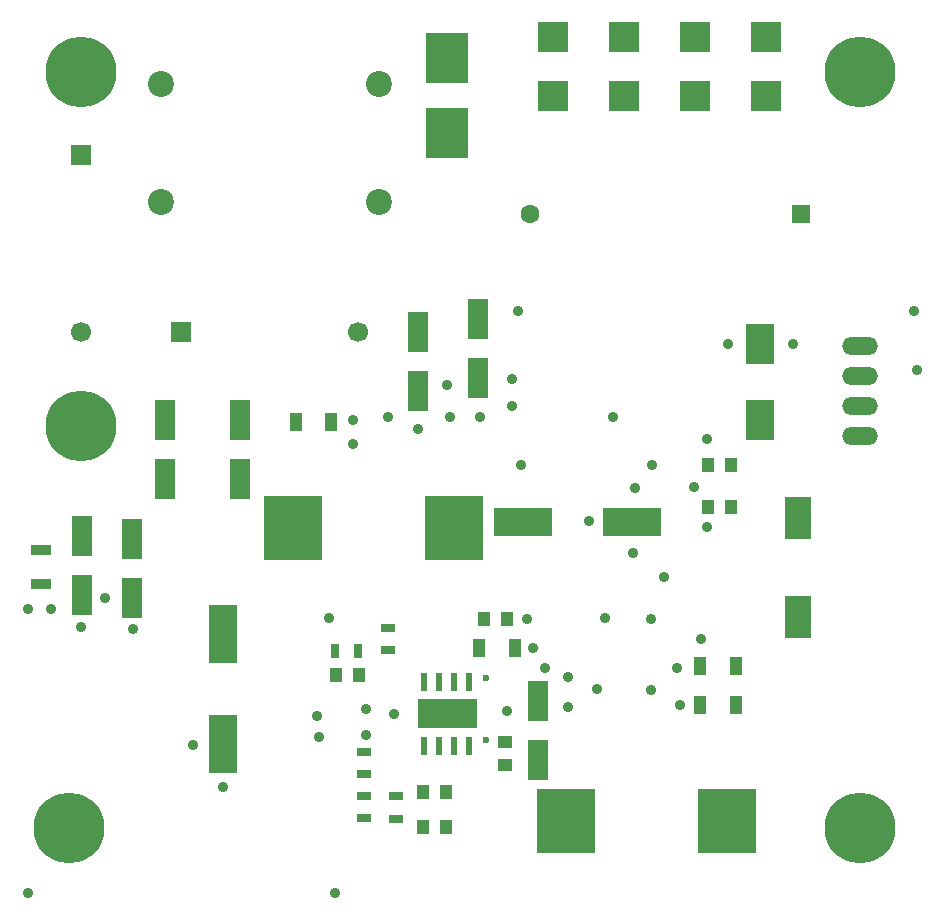
<source format=gts>
G04 #@! TF.FileFunction,Soldermask,Top*
%FSLAX46Y46*%
G04 Gerber Fmt 4.6, Leading zero omitted, Abs format (unit mm)*
G04 Created by KiCad (PCBNEW 4.0.2-4+6225~38~ubuntu15.04.1-stable) date Sa 02 Apr 2016 12:31:30 CEST*
%MOMM*%
G01*
G04 APERTURE LIST*
%ADD10C,0.150000*%
%ADD11R,1.300000X0.700000*%
%ADD12R,1.800860X3.500120*%
%ADD13C,6.000000*%
%ADD14R,0.600000X1.550000*%
%ADD15R,1.175000X1.175000*%
%ADD16R,1.000000X1.600000*%
%ADD17O,3.014980X1.506220*%
%ADD18C,2.199640*%
%ADD19R,2.400300X4.900000*%
%ADD20R,2.400300X3.500120*%
%ADD21R,4.900000X2.400300*%
%ADD22R,1.250000X1.000000*%
%ADD23R,1.000000X1.250000*%
%ADD24R,3.556000X4.191000*%
%ADD25R,2.199640X3.599180*%
%ADD26R,0.700000X1.300000*%
%ADD27R,1.600000X1.600000*%
%ADD28C,1.600000*%
%ADD29R,1.700000X1.700000*%
%ADD30C,1.700000*%
%ADD31R,1.700000X0.900000*%
%ADD32R,5.000000X5.499100*%
%ADD33R,2.500000X2.500000*%
%ADD34C,0.600000*%
%ADD35C,0.889000*%
%ADD36C,0.100000*%
G04 APERTURE END LIST*
D10*
D11*
X30000000Y-65450000D03*
X30000000Y-63550000D03*
D12*
X39600000Y-31899360D03*
X39600000Y-26900640D03*
D13*
X6000000Y-6000000D03*
X5000000Y-70000000D03*
X72000000Y-70000000D03*
X72000000Y-6000000D03*
D14*
X38869000Y-57690000D03*
X37599000Y-57690000D03*
X36329000Y-57690000D03*
X35059000Y-57690000D03*
X35059000Y-63090000D03*
X36329000Y-63090000D03*
X37599000Y-63090000D03*
X38869000Y-63090000D03*
D15*
X36376500Y-60977500D03*
X37551500Y-60977500D03*
X36376500Y-59802500D03*
X37551500Y-59802500D03*
D16*
X27200000Y-35600000D03*
X24200000Y-35600000D03*
D17*
X72000000Y-36810000D03*
X72000000Y-34270000D03*
X72000000Y-31730000D03*
X72000000Y-29190000D03*
D18*
X31250000Y-7000000D03*
X12750000Y-7000000D03*
X12750000Y-17000000D03*
X31250000Y-17000000D03*
D19*
X18000000Y-53600000D03*
X18000000Y-62900000D03*
D20*
X63500000Y-35501200D03*
X63500000Y-28998800D03*
D21*
X43400000Y-44100000D03*
X52700000Y-44100000D03*
D22*
X41917000Y-62692000D03*
X41917000Y-64692000D03*
D23*
X34948000Y-69915000D03*
X36948000Y-69915000D03*
X34948000Y-66994000D03*
X36948000Y-66994000D03*
X61078000Y-42864000D03*
X59078000Y-42864000D03*
X61078000Y-39308000D03*
X59078000Y-39308000D03*
D16*
X39718500Y-54802000D03*
X42718500Y-54802000D03*
X61451000Y-59628000D03*
X58451000Y-59628000D03*
X61451000Y-56326000D03*
X58451000Y-56326000D03*
D23*
X29582000Y-57088000D03*
X27582000Y-57088000D03*
D12*
X44711000Y-59287640D03*
X44711000Y-64286360D03*
X34500000Y-32999360D03*
X34500000Y-28000640D03*
X13100000Y-35500640D03*
X13100000Y-40499360D03*
X19500000Y-35500640D03*
X19500000Y-40499360D03*
D24*
X37000000Y-11175000D03*
X37000000Y-4825000D03*
D25*
X66682000Y-52145160D03*
X66682000Y-43742840D03*
D11*
X32646000Y-67314000D03*
X32646000Y-69214000D03*
D26*
X29450000Y-55000000D03*
X27550000Y-55000000D03*
D11*
X32000000Y-53050000D03*
X32000000Y-54950000D03*
X30000000Y-69200000D03*
X30000000Y-67300000D03*
D27*
X67000000Y-18000000D03*
D28*
X44000000Y-18000000D03*
D29*
X14500000Y-28000000D03*
D30*
X29500000Y-28000000D03*
D29*
X6000000Y-13000000D03*
D30*
X6000000Y-28000000D03*
D13*
X6000000Y-36000000D03*
D12*
X10300000Y-50499360D03*
X10300000Y-45500640D03*
X6100000Y-45300640D03*
X6100000Y-50299360D03*
D31*
X2600000Y-49350000D03*
X2600000Y-46450000D03*
D32*
X23992800Y-44600000D03*
X37607200Y-44600000D03*
X47047800Y-69445100D03*
X60662200Y-69445100D03*
D23*
X42100000Y-52300000D03*
X40100000Y-52300000D03*
D33*
X64000000Y-3000000D03*
X64000000Y-8000000D03*
X58000000Y-8000000D03*
X58000000Y-3000000D03*
X46000000Y-8000000D03*
X46000000Y-3000000D03*
X52000000Y-3000000D03*
X52000000Y-8000000D03*
D34*
X40266000Y-57342000D03*
X40266000Y-62549000D03*
D35*
X49000000Y-44000000D03*
X52900000Y-41200000D03*
X26200000Y-62300000D03*
X49700000Y-58200000D03*
X54300000Y-58300000D03*
X54300000Y-52300000D03*
X50400000Y-52200000D03*
X42100000Y-60100000D03*
X45300000Y-56500000D03*
X44300000Y-54800000D03*
X43800000Y-52300000D03*
X47200000Y-57200000D03*
X47200000Y-59800000D03*
X32500000Y-60400000D03*
X57900000Y-41100000D03*
X59000000Y-37100000D03*
X26000000Y-60500000D03*
X27000000Y-52200000D03*
X27500000Y-75500000D03*
X1500000Y-75500000D03*
X18000000Y-66500000D03*
X15500000Y-63000000D03*
X10400000Y-53200000D03*
X8000000Y-50500000D03*
X6000000Y-53000000D03*
X3500000Y-51500000D03*
X1500000Y-51500000D03*
X56750000Y-59628000D03*
X56500000Y-56500000D03*
X58500000Y-54000000D03*
X59000000Y-44500000D03*
X52750000Y-46750000D03*
X43250000Y-39250000D03*
X29000000Y-37500000D03*
X29000000Y-35500000D03*
X32000000Y-35250000D03*
X34500000Y-36250000D03*
X37000000Y-32500000D03*
X37250000Y-35250000D03*
X39750000Y-35250000D03*
X42500000Y-34250000D03*
X42500000Y-32000000D03*
X43000000Y-26250000D03*
X76750000Y-31250000D03*
X76500000Y-26250000D03*
X66250000Y-29000000D03*
X60750000Y-29000000D03*
D34*
X38043500Y-61126600D03*
X37141800Y-61126600D03*
X36329000Y-61139300D03*
X35541600Y-61126600D03*
X37967300Y-59653400D03*
X37141800Y-59640700D03*
X36329000Y-59653400D03*
X35541600Y-59653400D03*
D35*
X55379000Y-48769500D03*
X30106000Y-62168000D03*
X30106000Y-59945500D03*
X54363000Y-39244500D03*
X51061000Y-35244000D03*
D36*
G36*
X39450000Y-61450000D02*
X34550000Y-61450000D01*
X34550000Y-59050000D01*
X39450000Y-59050000D01*
X39450000Y-61450000D01*
X39450000Y-61450000D01*
G37*
X39450000Y-61450000D02*
X34550000Y-61450000D01*
X34550000Y-59050000D01*
X39450000Y-59050000D01*
X39450000Y-61450000D01*
M02*

</source>
